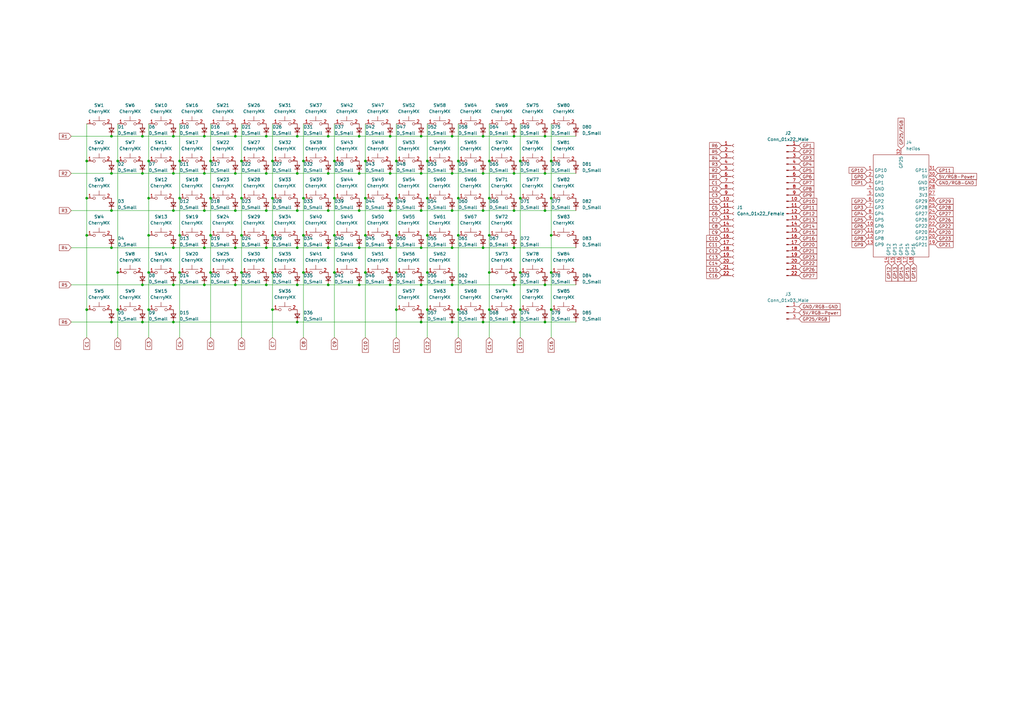
<source format=kicad_sch>
(kicad_sch (version 20211123) (generator eeschema)
  (paper "A3")
  (junction (at 226.06 81.28))
  (junction (at 99.06 96.52))
  (junction (at 96.52 116.84))
  (junction (at 175.26 96.52))
  (junction (at 71.12 55.88))
  (junction (at 124.46 66.04))
  (junction (at 160.02 116.84))
  (junction (at 226.06 66.04))
  (junction (at 187.96 81.28))
  (junction (at 124.46 96.52))
  (junction (at 172.72 86.36))
  (junction (at 71.12 132.08))
  (junction (at 73.66 81.28))
  (junction (at 137.16 81.28))
  (junction (at 187.96 96.52))
  (junction (at 83.82 55.88))
  (junction (at 198.12 132.08))
  (junction (at 58.42 132.08))
  (junction (at 48.26 111.76))
  (junction (at 134.62 55.88))
  (junction (at 160.02 86.36))
  (junction (at 200.66 66.04))
  (junction (at 83.82 116.84))
  (junction (at 160.02 101.6))
  (junction (at 185.42 55.88))
  (junction (at 48.26 66.04))
  (junction (at 134.62 101.6))
  (junction (at 185.42 101.6))
  (junction (at 198.12 71.12))
  (junction (at 73.66 96.52))
  (junction (at 162.56 96.52))
  (junction (at 226.06 127))
  (junction (at 35.56 81.28))
  (junction (at 200.66 81.28))
  (junction (at 198.12 55.88))
  (junction (at 198.12 101.6))
  (junction (at 58.42 116.84))
  (junction (at 175.26 66.04))
  (junction (at 213.36 127))
  (junction (at 35.56 66.04))
  (junction (at 48.26 127))
  (junction (at 200.66 96.52))
  (junction (at 71.12 101.6))
  (junction (at 86.36 111.76))
  (junction (at 147.32 101.6))
  (junction (at 210.82 86.36))
  (junction (at 35.56 127))
  (junction (at 99.06 81.28))
  (junction (at 175.26 111.76))
  (junction (at 121.92 101.6))
  (junction (at 60.96 127))
  (junction (at 223.52 71.12))
  (junction (at 109.22 71.12))
  (junction (at 35.56 96.52))
  (junction (at 147.32 86.36))
  (junction (at 160.02 55.88))
  (junction (at 109.22 101.6))
  (junction (at 109.22 86.36))
  (junction (at 109.22 55.88))
  (junction (at 223.52 55.88))
  (junction (at 149.86 96.52))
  (junction (at 99.06 111.76))
  (junction (at 162.56 66.04))
  (junction (at 124.46 81.28))
  (junction (at 187.96 66.04))
  (junction (at 121.92 116.84))
  (junction (at 60.96 81.28))
  (junction (at 162.56 127))
  (junction (at 175.26 81.28))
  (junction (at 175.26 127))
  (junction (at 111.76 96.52))
  (junction (at 200.66 127))
  (junction (at 147.32 71.12))
  (junction (at 134.62 71.12))
  (junction (at 71.12 86.36))
  (junction (at 111.76 127))
  (junction (at 71.12 71.12))
  (junction (at 226.06 96.52))
  (junction (at 149.86 66.04))
  (junction (at 172.72 101.6))
  (junction (at 121.92 86.36))
  (junction (at 109.22 116.84))
  (junction (at 147.32 55.88))
  (junction (at 71.12 116.84))
  (junction (at 162.56 81.28))
  (junction (at 86.36 96.52))
  (junction (at 137.16 66.04))
  (junction (at 172.72 116.84))
  (junction (at 223.52 132.08))
  (junction (at 58.42 55.88))
  (junction (at 99.06 66.04))
  (junction (at 162.56 111.76))
  (junction (at 121.92 132.08))
  (junction (at 96.52 86.36))
  (junction (at 172.72 55.88))
  (junction (at 96.52 55.88))
  (junction (at 45.72 101.6))
  (junction (at 83.82 101.6))
  (junction (at 185.42 86.36))
  (junction (at 210.82 101.6))
  (junction (at 83.82 86.36))
  (junction (at 200.66 111.76))
  (junction (at 60.96 96.52))
  (junction (at 86.36 66.04))
  (junction (at 73.66 66.04))
  (junction (at 58.42 71.12))
  (junction (at 226.06 111.76))
  (junction (at 83.82 71.12))
  (junction (at 96.52 71.12))
  (junction (at 160.02 71.12))
  (junction (at 213.36 111.76))
  (junction (at 137.16 96.52))
  (junction (at 121.92 71.12))
  (junction (at 223.52 86.36))
  (junction (at 45.72 132.08))
  (junction (at 111.76 81.28))
  (junction (at 172.72 132.08))
  (junction (at 137.16 111.76))
  (junction (at 185.42 132.08))
  (junction (at 210.82 132.08))
  (junction (at 210.82 55.88))
  (junction (at 149.86 81.28))
  (junction (at 185.42 116.84))
  (junction (at 134.62 116.84))
  (junction (at 134.62 86.36))
  (junction (at 111.76 66.04))
  (junction (at 147.32 116.84))
  (junction (at 223.52 116.84))
  (junction (at 149.86 111.76))
  (junction (at 45.72 55.88))
  (junction (at 210.82 71.12))
  (junction (at 86.36 81.28))
  (junction (at 187.96 127))
  (junction (at 213.36 81.28))
  (junction (at 45.72 71.12))
  (junction (at 121.92 55.88))
  (junction (at 124.46 111.76))
  (junction (at 60.96 111.76))
  (junction (at 45.72 86.36))
  (junction (at 198.12 86.36))
  (junction (at 172.72 71.12))
  (junction (at 185.42 71.12))
  (junction (at 210.82 116.84))
  (junction (at 96.52 101.6))
  (junction (at 60.96 66.04))
  (junction (at 73.66 111.76))
  (junction (at 213.36 66.04))
  (junction (at 111.76 111.76))
  (wire (pts (xy 185.42 71.12) (xy 198.12 71.12)))
  (wire (pts (xy 223.52 116.84) (xy 236.22 116.84)))
  (wire (pts (xy 29.21 132.08) (xy 45.72 132.08)))
  (wire (pts (xy 71.12 55.88) (xy 83.82 55.88)))
  (wire (pts (xy 226.06 81.28) (xy 226.06 96.52)))
  (wire (pts (xy 121.92 55.88) (xy 134.62 55.88)))
  (wire (pts (xy 83.82 101.6) (xy 96.52 101.6)))
  (wire (pts (xy 213.36 127) (xy 213.36 138.43)))
  (wire (pts (xy 200.66 50.8) (xy 200.66 66.04)))
  (wire (pts (xy 109.22 101.6) (xy 121.92 101.6)))
  (wire (pts (xy 198.12 86.36) (xy 210.82 86.36)))
  (wire (pts (xy 48.26 127) (xy 48.26 138.43)))
  (wire (pts (xy 96.52 86.36) (xy 109.22 86.36)))
  (wire (pts (xy 73.66 81.28) (xy 73.66 96.52)))
  (wire (pts (xy 172.72 71.12) (xy 185.42 71.12)))
  (wire (pts (xy 213.36 111.76) (xy 213.36 127)))
  (wire (pts (xy 147.32 86.36) (xy 160.02 86.36)))
  (wire (pts (xy 71.12 86.36) (xy 83.82 86.36)))
  (wire (pts (xy 147.32 55.88) (xy 160.02 55.88)))
  (wire (pts (xy 99.06 66.04) (xy 99.06 81.28)))
  (wire (pts (xy 99.06 96.52) (xy 99.06 111.76)))
  (wire (pts (xy 60.96 66.04) (xy 60.96 81.28)))
  (wire (pts (xy 29.21 116.84) (xy 58.42 116.84)))
  (wire (pts (xy 124.46 50.8) (xy 124.46 66.04)))
  (wire (pts (xy 111.76 66.04) (xy 111.76 81.28)))
  (wire (pts (xy 58.42 116.84) (xy 71.12 116.84)))
  (wire (pts (xy 226.06 111.76) (xy 226.06 127)))
  (wire (pts (xy 185.42 55.88) (xy 198.12 55.88)))
  (wire (pts (xy 198.12 132.08) (xy 210.82 132.08)))
  (wire (pts (xy 121.92 101.6) (xy 134.62 101.6)))
  (wire (pts (xy 83.82 55.88) (xy 96.52 55.88)))
  (wire (pts (xy 121.92 71.12) (xy 134.62 71.12)))
  (wire (pts (xy 86.36 66.04) (xy 86.36 81.28)))
  (wire (pts (xy 86.36 81.28) (xy 86.36 96.52)))
  (wire (pts (xy 172.72 132.08) (xy 185.42 132.08)))
  (wire (pts (xy 198.12 71.12) (xy 210.82 71.12)))
  (wire (pts (xy 187.96 127) (xy 187.96 138.43)))
  (wire (pts (xy 45.72 101.6) (xy 71.12 101.6)))
  (wire (pts (xy 137.16 66.04) (xy 137.16 81.28)))
  (wire (pts (xy 175.26 127) (xy 175.26 138.43)))
  (wire (pts (xy 175.26 96.52) (xy 175.26 111.76)))
  (wire (pts (xy 109.22 55.88) (xy 121.92 55.88)))
  (wire (pts (xy 60.96 96.52) (xy 60.96 111.76)))
  (wire (pts (xy 48.26 50.8) (xy 48.26 66.04)))
  (wire (pts (xy 124.46 111.76) (xy 124.46 138.43)))
  (wire (pts (xy 160.02 55.88) (xy 172.72 55.88)))
  (wire (pts (xy 35.56 66.04) (xy 35.56 81.28)))
  (wire (pts (xy 60.96 127) (xy 60.96 138.43)))
  (wire (pts (xy 198.12 55.88) (xy 210.82 55.88)))
  (wire (pts (xy 213.36 81.28) (xy 213.36 111.76)))
  (wire (pts (xy 172.72 55.88) (xy 185.42 55.88)))
  (wire (pts (xy 187.96 66.04) (xy 187.96 81.28)))
  (wire (pts (xy 111.76 111.76) (xy 111.76 127)))
  (wire (pts (xy 35.56 96.52) (xy 35.56 127)))
  (wire (pts (xy 213.36 50.8) (xy 213.36 66.04)))
  (wire (pts (xy 60.96 50.8) (xy 60.96 66.04)))
  (wire (pts (xy 210.82 101.6) (xy 236.22 101.6)))
  (wire (pts (xy 35.56 50.8) (xy 35.56 66.04)))
  (wire (pts (xy 185.42 101.6) (xy 198.12 101.6)))
  (wire (pts (xy 109.22 71.12) (xy 121.92 71.12)))
  (wire (pts (xy 73.66 111.76) (xy 73.66 138.43)))
  (wire (pts (xy 121.92 86.36) (xy 134.62 86.36)))
  (wire (pts (xy 210.82 132.08) (xy 223.52 132.08)))
  (wire (pts (xy 48.26 66.04) (xy 48.26 111.76)))
  (wire (pts (xy 147.32 71.12) (xy 160.02 71.12)))
  (wire (pts (xy 35.56 81.28) (xy 35.56 96.52)))
  (wire (pts (xy 137.16 96.52) (xy 137.16 111.76)))
  (wire (pts (xy 73.66 96.52) (xy 73.66 111.76)))
  (wire (pts (xy 137.16 81.28) (xy 137.16 96.52)))
  (wire (pts (xy 213.36 66.04) (xy 213.36 81.28)))
  (wire (pts (xy 162.56 111.76) (xy 162.56 127)))
  (wire (pts (xy 160.02 101.6) (xy 172.72 101.6)))
  (wire (pts (xy 175.26 111.76) (xy 175.26 127)))
  (wire (pts (xy 45.72 86.36) (xy 71.12 86.36)))
  (wire (pts (xy 45.72 132.08) (xy 58.42 132.08)))
  (wire (pts (xy 223.52 132.08) (xy 236.22 132.08)))
  (wire (pts (xy 200.66 66.04) (xy 200.66 81.28)))
  (wire (pts (xy 226.06 50.8) (xy 226.06 66.04)))
  (wire (pts (xy 223.52 55.88) (xy 236.22 55.88)))
  (wire (pts (xy 96.52 116.84) (xy 109.22 116.84)))
  (wire (pts (xy 210.82 55.88) (xy 223.52 55.88)))
  (wire (pts (xy 111.76 50.8) (xy 111.76 66.04)))
  (wire (pts (xy 86.36 111.76) (xy 86.36 138.43)))
  (wire (pts (xy 58.42 71.12) (xy 71.12 71.12)))
  (wire (pts (xy 124.46 96.52) (xy 124.46 111.76)))
  (wire (pts (xy 58.42 132.08) (xy 71.12 132.08)))
  (wire (pts (xy 200.66 96.52) (xy 200.66 111.76)))
  (wire (pts (xy 124.46 81.28) (xy 124.46 96.52)))
  (wire (pts (xy 29.21 71.12) (xy 45.72 71.12)))
  (wire (pts (xy 175.26 66.04) (xy 175.26 81.28)))
  (wire (pts (xy 109.22 86.36) (xy 121.92 86.36)))
  (wire (pts (xy 137.16 50.8) (xy 137.16 66.04)))
  (wire (pts (xy 226.06 127) (xy 226.06 138.43)))
  (wire (pts (xy 48.26 111.76) (xy 48.26 127)))
  (wire (pts (xy 160.02 71.12) (xy 172.72 71.12)))
  (wire (pts (xy 83.82 116.84) (xy 96.52 116.84)))
  (wire (pts (xy 111.76 96.52) (xy 111.76 111.76)))
  (wire (pts (xy 198.12 101.6) (xy 210.82 101.6)))
  (wire (pts (xy 109.22 116.84) (xy 121.92 116.84)))
  (wire (pts (xy 175.26 50.8) (xy 175.26 66.04)))
  (wire (pts (xy 149.86 81.28) (xy 149.86 96.52)))
  (wire (pts (xy 99.06 111.76) (xy 99.06 138.43)))
  (wire (pts (xy 134.62 86.36) (xy 147.32 86.36)))
  (wire (pts (xy 58.42 55.88) (xy 71.12 55.88)))
  (wire (pts (xy 172.72 101.6) (xy 185.42 101.6)))
  (wire (pts (xy 162.56 127) (xy 162.56 138.43)))
  (wire (pts (xy 149.86 111.76) (xy 149.86 138.43)))
  (wire (pts (xy 73.66 50.8) (xy 73.66 66.04)))
  (wire (pts (xy 226.06 96.52) (xy 226.06 111.76)))
  (wire (pts (xy 121.92 132.08) (xy 172.72 132.08)))
  (wire (pts (xy 160.02 116.84) (xy 172.72 116.84)))
  (wire (pts (xy 185.42 132.08) (xy 198.12 132.08)))
  (wire (pts (xy 60.96 111.76) (xy 60.96 127)))
  (wire (pts (xy 160.02 86.36) (xy 172.72 86.36)))
  (wire (pts (xy 99.06 81.28) (xy 99.06 96.52)))
  (wire (pts (xy 200.66 127) (xy 200.66 138.43)))
  (wire (pts (xy 187.96 81.28) (xy 187.96 96.52)))
  (wire (pts (xy 83.82 71.12) (xy 96.52 71.12)))
  (wire (pts (xy 45.72 55.88) (xy 58.42 55.88)))
  (wire (pts (xy 60.96 81.28) (xy 60.96 96.52)))
  (wire (pts (xy 134.62 55.88) (xy 147.32 55.88)))
  (wire (pts (xy 71.12 116.84) (xy 83.82 116.84)))
  (wire (pts (xy 226.06 66.04) (xy 226.06 81.28)))
  (wire (pts (xy 149.86 66.04) (xy 149.86 81.28)))
  (wire (pts (xy 96.52 101.6) (xy 109.22 101.6)))
  (wire (pts (xy 111.76 127) (xy 111.76 138.43)))
  (wire (pts (xy 29.21 86.36) (xy 45.72 86.36)))
  (wire (pts (xy 172.72 86.36) (xy 185.42 86.36)))
  (wire (pts (xy 187.96 96.52) (xy 187.96 127)))
  (wire (pts (xy 45.72 71.12) (xy 58.42 71.12)))
  (wire (pts (xy 29.21 101.6) (xy 45.72 101.6)))
  (wire (pts (xy 121.92 116.84) (xy 134.62 116.84)))
  (wire (pts (xy 29.21 55.88) (xy 45.72 55.88)))
  (wire (pts (xy 96.52 55.88) (xy 109.22 55.88)))
  (wire (pts (xy 149.86 96.52) (xy 149.86 111.76)))
  (wire (pts (xy 223.52 71.12) (xy 236.22 71.12)))
  (wire (pts (xy 134.62 71.12) (xy 147.32 71.12)))
  (wire (pts (xy 71.12 132.08) (xy 121.92 132.08)))
  (wire (pts (xy 210.82 116.84) (xy 223.52 116.84)))
  (wire (pts (xy 111.76 81.28) (xy 111.76 96.52)))
  (wire (pts (xy 124.46 66.04) (xy 124.46 81.28)))
  (wire (pts (xy 200.66 81.28) (xy 200.66 96.52)))
  (wire (pts (xy 147.32 101.6) (xy 160.02 101.6)))
  (wire (pts (xy 210.82 86.36) (xy 223.52 86.36)))
  (wire (pts (xy 35.56 127) (xy 35.56 138.43)))
  (wire (pts (xy 149.86 50.8) (xy 149.86 66.04)))
  (wire (pts (xy 86.36 96.52) (xy 86.36 111.76)))
  (wire (pts (xy 134.62 101.6) (xy 147.32 101.6)))
  (wire (pts (xy 223.52 86.36) (xy 236.22 86.36)))
  (wire (pts (xy 187.96 50.8) (xy 187.96 66.04)))
  (wire (pts (xy 200.66 111.76) (xy 200.66 127)))
  (wire (pts (xy 172.72 116.84) (xy 185.42 116.84)))
  (wire (pts (xy 147.32 116.84) (xy 160.02 116.84)))
  (wire (pts (xy 210.82 71.12) (xy 223.52 71.12)))
  (wire (pts (xy 185.42 86.36) (xy 198.12 86.36)))
  (wire (pts (xy 137.16 111.76) (xy 137.16 138.43)))
  (wire (pts (xy 73.66 66.04) (xy 73.66 81.28)))
  (wire (pts (xy 162.56 66.04) (xy 162.56 81.28)))
  (wire (pts (xy 99.06 50.8) (xy 99.06 66.04)))
  (wire (pts (xy 162.56 96.52) (xy 162.56 111.76)))
  (wire (pts (xy 162.56 50.8) (xy 162.56 66.04)))
  (wire (pts (xy 162.56 81.28) (xy 162.56 96.52)))
  (wire (pts (xy 185.42 116.84) (xy 210.82 116.84)))
  (wire (pts (xy 96.52 71.12) (xy 109.22 71.12)))
  (wire (pts (xy 175.26 81.28) (xy 175.26 96.52)))
  (wire (pts (xy 71.12 71.12) (xy 83.82 71.12)))
  (wire (pts (xy 83.82 86.36) (xy 96.52 86.36)))
  (wire (pts (xy 86.36 50.8) (xy 86.36 66.04)))
  (wire (pts (xy 134.62 116.84) (xy 147.32 116.84)))
  (wire (pts (xy 71.12 101.6) (xy 83.82 101.6)))
  (global_label "GP10" (shape input) (at 355.6 69.85 180) (property "Intersheet References" "${INTERSHEET_REFS}" (effects hide)))
  (global_label "GP16" (shape input) (at 327.66 97.79 0) (property "Intersheet References" "${INTERSHEET_REFS}" (effects hide)))
  (global_label "GP15" (shape input) (at 372.11 107.95 270) (property "Intersheet References" "${INTERSHEET_REFS}" (effects hide)))
  (global_label "GND{slash}RGB-GND" (shape input) (at 327.66 125.73 0) (property "Intersheet References" "${INTERSHEET_REFS}" (effects hide)))
  (global_label "GP11" (shape input) (at 327.66 85.09 0) (property "Intersheet References" "${INTERSHEET_REFS}" (effects hide)))
  (global_label "C9" (shape input) (at 295.91 95.25 180) (property "Intersheet References" "${INTERSHEET_REFS}" (effects hide)))
  (global_label "C15" (shape input) (at 213.36 138.43 270) (property "Intersheet References" "${INTERSHEET_REFS}" (effects hide)))
  (global_label "R5" (shape input) (at 29.21 116.84 180) (property "Intersheet References" "${INTERSHEET_REFS}" (effects hide)))
  (global_label "GP27" (shape input) (at 383.54 87.63 0) (property "Intersheet References" "${INTERSHEET_REFS}" (effects hide)))
  (global_label "GP6" (shape input) (at 327.66 72.39 0) (property "Intersheet References" "${INTERSHEET_REFS}" (effects hide)))
  (global_label "C13" (shape input) (at 295.91 105.41 180) (property "Intersheet References" "${INTERSHEET_REFS}" (effects hide)))
  (global_label "GND{slash}RGB-GND" (shape input) (at 383.54 74.93 0) (property "Intersheet References" "${INTERSHEET_REFS}" (effects hide)))
  (global_label "R2" (shape input) (at 29.21 71.12 180) (property "Intersheet References" "${INTERSHEET_REFS}" (effects hide)))
  (global_label "C7" (shape input) (at 111.76 138.43 270) (property "Intersheet References" "${INTERSHEET_REFS}" (effects hide)))
  (global_label "C10" (shape input) (at 295.91 97.79 180) (property "Intersheet References" "${INTERSHEET_REFS}" (effects hide)))
  (global_label "C6" (shape input) (at 295.91 87.63 180) (property "Intersheet References" "${INTERSHEET_REFS}" (effects hide)))
  (global_label "R5" (shape input) (at 295.91 62.23 180) (property "Intersheet References" "${INTERSHEET_REFS}" (effects hide)))
  (global_label "C4" (shape input) (at 295.91 82.55 180) (property "Intersheet References" "${INTERSHEET_REFS}" (effects hide)))
  (global_label "GP23" (shape input) (at 327.66 105.41 0) (property "Intersheet References" "${INTERSHEET_REFS}" (effects hide)))
  (global_label "5V{slash}RGB-Power" (shape input) (at 327.66 128.27 0) (property "Intersheet References" "${INTERSHEET_REFS}" (effects hide)))
  (global_label "GP14" (shape input) (at 327.66 92.71 0) (property "Intersheet References" "${INTERSHEET_REFS}" (effects hide)))
  (global_label "C8" (shape input) (at 295.91 92.71 180) (property "Intersheet References" "${INTERSHEET_REFS}" (effects hide)))
  (global_label "GP1" (shape input) (at 355.6 74.93 180) (property "Intersheet References" "${INTERSHEET_REFS}" (effects hide)))
  (global_label "C11" (shape input) (at 162.56 138.43 270) (property "Intersheet References" "${INTERSHEET_REFS}" (effects hide)))
  (global_label "GP29" (shape input) (at 383.54 82.55 0) (property "Intersheet References" "${INTERSHEET_REFS}" (effects hide)))
  (global_label "R2" (shape input) (at 295.91 69.85 180) (property "Intersheet References" "${INTERSHEET_REFS}" (effects hide)))
  (global_label "C4" (shape input) (at 73.66 138.43 270) (property "Intersheet References" "${INTERSHEET_REFS}" (effects hide)))
  (global_label "GP4" (shape input) (at 355.6 87.63 180) (property "Intersheet References" "${INTERSHEET_REFS}" (effects hide)))
  (global_label "GP7" (shape input) (at 327.66 74.93 0) (property "Intersheet References" "${INTERSHEET_REFS}" (effects hide)))
  (global_label "GP5" (shape input) (at 355.6 90.17 180) (property "Intersheet References" "${INTERSHEET_REFS}" (effects hide)))
  (global_label "GP23" (shape input) (at 383.54 97.79 0) (property "Intersheet References" "${INTERSHEET_REFS}" (effects hide)))
  (global_label "GP7" (shape input) (at 355.6 95.25 180) (property "Intersheet References" "${INTERSHEET_REFS}" (effects hide)))
  (global_label "GP13" (shape input) (at 367.03 107.95 270) (property "Intersheet References" "${INTERSHEET_REFS}" (effects hide)))
  (global_label "GP25{slash}RGB" (shape input) (at 369.57 60.96 90) (property "Intersheet References" "${INTERSHEET_REFS}" (effects hide)))
  (global_label "C1" (shape input) (at 35.56 138.43 270) (property "Intersheet References" "${INTERSHEET_REFS}" (effects hide)))
  (global_label "GP1" (shape input) (at 327.66 59.69 0) (property "Intersheet References" "${INTERSHEET_REFS}" (effects hide)))
  (global_label "GP3" (shape input) (at 327.66 64.77 0) (property "Intersheet References" "${INTERSHEET_REFS}" (effects hide)))
  (global_label "C15" (shape input) (at 295.91 110.49 180) (property "Intersheet References" "${INTERSHEET_REFS}" (effects hide)))
  (global_label "GP20" (shape input) (at 327.66 100.33 0) (property "Intersheet References" "${INTERSHEET_REFS}" (effects hide)))
  (global_label "GP8" (shape input) (at 327.66 77.47 0) (property "Intersheet References" "${INTERSHEET_REFS}" (effects hide)))
  (global_label "GP21" (shape input) (at 383.54 100.33 0) (property "Intersheet References" "${INTERSHEET_REFS}" (effects hide)))
  (global_label "GP2" (shape input) (at 355.6 82.55 180) (property "Intersheet References" "${INTERSHEET_REFS}" (effects hide)))
  (global_label "GP9" (shape input) (at 355.6 100.33 180) (property "Intersheet References" "${INTERSHEET_REFS}" (effects hide)))
  (global_label "R1" (shape input) (at 295.91 72.39 180) (property "Intersheet References" "${INTERSHEET_REFS}" (effects hide)))
  (global_label "C12" (shape input) (at 295.91 102.87 180) (property "Intersheet References" "${INTERSHEET_REFS}" (effects hide)))
  (global_label "C14" (shape input) (at 295.91 107.95 180) (property "Intersheet References" "${INTERSHEET_REFS}" (effects hide)))
  (global_label "C7" (shape input) (at 295.91 90.17 180) (property "Intersheet References" "${INTERSHEET_REFS}" (effects hide)))
  (global_label "GP10" (shape input) (at 327.66 82.55 0) (property "Intersheet References" "${INTERSHEET_REFS}" (effects hide)))
  (global_label "C2" (shape input) (at 295.91 77.47 180) (property "Intersheet References" "${INTERSHEET_REFS}" (effects hide)))
  (global_label "GP20" (shape input) (at 383.54 95.25 0) (property "Intersheet References" "${INTERSHEET_REFS}" (effects hide)))
  (global_label "GP25{slash}RGB" (shape input) (at 327.66 130.81 0) (property "Intersheet References" "${INTERSHEET_REFS}" (effects hide)))
  (global_label "C2" (shape input) (at 48.26 138.43 270) (property "Intersheet References" "${INTERSHEET_REFS}" (effects hide)))
  (global_label "C9" (shape input) (at 137.16 138.43 270) (property "Intersheet References" "${INTERSHEET_REFS}" (effects hide)))
  (global_label "GP14" (shape input) (at 369.57 107.95 270) (property "Intersheet References" "${INTERSHEET_REFS}" (effects hide)))
  (global_label "C16" (shape input) (at 295.91 113.03 180) (property "Intersheet References" "${INTERSHEET_REFS}" (effects hide)))
  (global_label "GP11" (shape input) (at 383.54 69.85 0) (property "Intersheet References" "${INTERSHEET_REFS}" (effects hide)))
  (global_label "C13" (shape input) (at 187.96 138.43 270) (property "Intersheet References" "${INTERSHEET_REFS}" (effects hide)))
  (global_label "R6" (shape input) (at 29.21 132.08 180) (property "Intersheet References" "${INTERSHEET_REFS}" (effects hide)))
  (global_label "GP2" (shape input) (at 327.66 62.23 0) (property "Intersheet References" "${INTERSHEET_REFS}" (effects hide)))
  (global_label "R3" (shape input) (at 295.91 67.31 180) (property "Intersheet References" "${INTERSHEET_REFS}" (effects hide)))
  (global_label "GP6" (shape input) (at 355.6 92.71 180) (property "Intersheet References" "${INTERSHEET_REFS}" (effects hide)))
  (global_label "C12" (shape input) (at 175.26 138.43 270) (property "Intersheet References" "${INTERSHEET_REFS}" (effects hide)))
  (global_label "GP16" (shape input) (at 374.65 107.95 270) (property "Intersheet References" "${INTERSHEET_REFS}" (effects hide)))
  (global_label "GP26" (shape input) (at 383.54 90.17 0) (property "Intersheet References" "${INTERSHEET_REFS}" (effects hide)))
  (global_label "5V{slash}RGB-Power" (shape input) (at 383.54 72.39 0) (property "Intersheet References" "${INTERSHEET_REFS}" (effects hide)))
  (global_label "GP27" (shape input) (at 327.66 113.03 0) (property "Intersheet References" "${INTERSHEET_REFS}" (effects hide)))
  (global_label "C10" (shape input) (at 149.86 138.43 270) (property "Intersheet References" "${INTERSHEET_REFS}" (effects hide)))
  (global_label "GP8" (shape input) (at 355.6 97.79 180) (property "Intersheet References" "${INTERSHEET_REFS}" (effects hide)))
  (global_label "C5" (shape input) (at 295.91 85.09 180) (property "Intersheet References" "${INTERSHEET_REFS}" (effects hide)))
  (global_label "GP4" (shape input) (at 327.66 67.31 0) (property "Intersheet References" "${INTERSHEET_REFS}" (effects hide)))
  (global_label "R3" (shape input) (at 29.21 86.36 180) (property "Intersheet References" "${INTERSHEET_REFS}" (effects hide)))
  (global_label "C11" (shape input) (at 295.91 100.33 180) (property "Intersheet References" "${INTERSHEET_REFS}" (effects hide)))
  (global_label "GP22" (shape input) (at 327.66 107.95 0) (property "Intersheet References" "${INTERSHEET_REFS}" (effects hide)))
  (global_label "C1" (shape input) (at 295.91 74.93 180) (property "Intersheet References" "${INTERSHEET_REFS}" (effects hide)))
  (global_label "C14" (shape input) (at 200.66 138.43 270) (property "Intersheet References" "${INTERSHEET_REFS}" (effects hide)))
  (global_label "C3" (shape input) (at 295.91 80.01 180) (property "Intersheet References" "${INTERSHEET_REFS}" (effects hide)))
  (global_label "C16" (shape input) (at 226.06 138.3955 270) (property "Intersheet References" "${INTERSHEET_REFS}" (effects hide)))
  (global_label "GP15" (shape input) (at 327.66 95.25 0) (property "Intersheet References" "${INTERSHEET_REFS}" (effects hide)))
  (global_label "C3" (shape input) (at 60.96 138.43 270) (property "Intersheet References" "${INTERSHEET_REFS}" (effects hide)))
  (global_label "GP3" (shape input) (at 355.6 85.09 180) (property "Intersheet References" "${INTERSHEET_REFS}" (effects hide)))
  (global_label "GP21" (shape input) (at 327.66 102.87 0) (property "Intersheet References" "${INTERSHEET_REFS}" (effects hide)))
  (global_label "GP22" (shape input) (at 383.54 92.71 0) (property "Intersheet References" "${INTERSHEET_REFS}" (effects hide)))
  (global_label "GP5" (shape input) (at 327.66 69.85 0) (property "Intersheet References" "${INTERSHEET_REFS}" (effects hide)))
  (global_label "R4" (shape input) (at 29.21 101.6 180) (property "Intersheet References" "${INTERSHEET_REFS}" (effects hide)))
  (global_label "GP9" (shape input) (at 327.66 80.01 0) (property "Intersheet References" "${INTERSHEET_REFS}" (effects hide)))
  (global_label "GP12" (shape input) (at 364.49 107.95 270) (property "Intersheet References" "${INTERSHEET_REFS}" (effects hide)))
  (global_label "GP0" (shape input) (at 355.6 72.39 180) (property "Intersheet References" "${INTERSHEET_REFS}" (effects hide)))
  (global_label "GP28" (shape input) (at 383.54 85.09 0) (property "Intersheet References" "${INTERSHEET_REFS}" (effects hide)))
  (global_label "GP12" (shape input) (at 327.66 87.63 0) (property "Intersheet References" "${INTERSHEET_REFS}" (effects hide)))
  (global_label "C6" (shape input) (at 99.06 138.43 270) (property "Intersheet References" "${INTERSHEET_REFS}" (effects hide)))
  (global_label "R1" (shape input) (at 29.21 55.88 180) (property "Intersheet References" "${INTERSHEET_REFS}" (effects hide)))
  (global_label "R6" (shape input) (at 295.91 59.69 180) (property "Intersheet References" "${INTERSHEET_REFS}" (effects hide)))
  (global_label "C5" (shape input) (at 86.36 138.43 270) (property "Intersheet References" "${INTERSHEET_REFS}" (effects hide)))
  (global_label "GP13" (shape input) (at 327.66 90.17 0) (property "Intersheet References" "${INTERSHEET_REFS}" (effects hide)))
  (global_label "C8" (shape input) (at 124.46 138.43 270) (property "Intersheet References" "${INTERSHEET_REFS}" (effects hide)))
  (global_label "GP26" (shape input) (at 327.66 110.49 0) (property "Intersheet References" "${INTERSHEET_REFS}" (effects hide)))
  (global_label "R4" (shape input) (at 295.91 64.77 180) (property "Intersheet References" "${INTERSHEET_REFS}" (effects hide)))
  (symbol (lib_id "CherryMX:CherryMX") (at 40.64 127 0) (unit 1)
    (property "Reference" "SW5" (at 40.64 119.38 0))
    (property "Value" "CherryMX" (at 40.64 121.92 0))
    (property "Footprint" "Button_Switch_Keyboard:SW_Cherry_MX_1.25u_PCB" (effects hide))
  )
  (symbol (lib_id "Device:D_Small") (at 96.52 53.34 90) (unit 1)
    (property "Reference" "D21" (at 99.06 52.0699 90) (effects (justify right)))
    (property "Value" "D_Small" (at 99.06 54.6099 90) (effects (justify right)))
    (property "Footprint" "Diode_SMD:D_SOD-123" (effects hide))
  )
  (symbol (lib_id "CherryMX:CherryMX") (at 180.34 50.8 0) (unit 1)
    (property "Reference" "SW58" (at 180.34 43.18 0))
    (property "Value" "CherryMX" (at 180.34 45.72 0))
    (property "Footprint" "Button_Switch_Keyboard:SW_Cherry_MX_1.00u_PCB" (effects hide))
  )
  (symbol (lib_id "CherryMX:CherryMX") (at 142.24 81.28 0) (unit 1)
    (property "Reference" "SW44" (at 142.24 73.66 0))
    (property "Value" "CherryMX" (at 142.24 76.2 0))
    (property "Footprint" "Button_Switch_Keyboard:SW_Cherry_MX_1.00u_PCB" (effects hide))
  )
  (symbol (lib_id "CherryMX:CherryMX") (at 53.34 66.04 0) (unit 1)
    (property "Reference" "SW7" (at 53.34 58.42 0))
    (property "Value" "CherryMX" (at 53.34 60.96 0))
    (property "Footprint" "Button_Switch_Keyboard:SW_Cherry_MX_1.00u_PCB" (effects hide))
  )
  (symbol (lib_id "CherryMX:CherryMX") (at 218.44 127 0) (unit 1)
    (property "Reference" "SW79" (at 218.44 119.38 0))
    (property "Value" "CherryMX" (at 218.44 121.92 0))
    (property "Footprint" "Button_Switch_Keyboard:SW_Cherry_MX_1.00u_PCB" (effects hide))
  )
  (symbol (lib_id "Device:D_Small") (at 58.42 68.58 90) (unit 1)
    (property "Reference" "D7" (at 60.96 67.3099 90) (effects (justify right)))
    (property "Value" "D_Small" (at 60.96 69.8499 90) (effects (justify right)))
    (property "Footprint" "Diode_SMD:D_SOD-123" (effects hide))
  )
  (symbol (lib_id "CherryMX:CherryMX") (at 129.54 66.04 0) (unit 1)
    (property "Reference" "SW38" (at 129.54 58.42 0))
    (property "Value" "CherryMX" (at 129.54 60.96 0))
    (property "Footprint" "Button_Switch_Keyboard:SW_Cherry_MX_1.00u_PCB" (effects hide))
  )
  (symbol (lib_id "CherryMX:CherryMX") (at 142.24 96.52 0) (unit 1)
    (property "Reference" "SW45" (at 142.24 88.9 0))
    (property "Value" "CherryMX" (at 142.24 91.44 0))
    (property "Footprint" "Button_Switch_Keyboard:SW_Cherry_MX_1.00u_PCB" (effects hide))
  )
  (symbol (lib_id "CherryMX:CherryMX") (at 53.34 111.76 0) (unit 1)
    (property "Reference" "SW8" (at 53.34 104.14 0))
    (property "Value" "CherryMX" (at 53.34 106.68 0))
    (property "Footprint" "Button_Switch_Keyboard:SW_Cherry_MX_2.25u_PCB" (effects hide))
  )
  (symbol (lib_id "CherryMX:CherryMX") (at 116.84 111.76 0) (unit 1)
    (property "Reference" "SW35" (at 116.84 104.14 0))
    (property "Value" "CherryMX" (at 116.84 106.68 0))
    (property "Footprint" "Button_Switch_Keyboard:SW_Cherry_MX_1.00u_PCB" (effects hide))
  )
  (symbol (lib_id "CherryMX:CherryMX") (at 116.84 50.8 0) (unit 1)
    (property "Reference" "SW31" (at 116.84 43.18 0))
    (property "Value" "CherryMX" (at 116.84 45.72 0))
    (property "Footprint" "Button_Switch_Keyboard:SW_Cherry_MX_1.00u_PCB" (effects hide))
  )
  (symbol (lib_id "Device:D_Small") (at 134.62 114.3 90) (unit 1)
    (property "Reference" "D41" (at 137.16 113.0299 90) (effects (justify right)))
    (property "Value" "D_Small" (at 137.16 115.5699 90) (effects (justify right)))
    (property "Footprint" "Diode_SMD:D_SOD-123" (effects hide))
  )
  (symbol (lib_id "Device:D_Small") (at 223.52 114.3 90) (unit 1)
    (property "Reference" "D78" (at 226.06 113.0299 90) (effects (justify right)))
    (property "Value" "D_Small" (at 226.06 115.5699 90) (effects (justify right)))
    (property "Footprint" "Diode_SMD:D_SOD-123" (effects hide))
  )
  (symbol (lib_id "Connector:Conn_01x22_Female") (at 300.99 85.09 0) (unit 1)
    (property "Reference" "J1" (at 302.26 85.0899 0) (effects (justify left)))
    (property "Value" "Conn_01x22_Female" (at 302.26 87.6299 0) (effects (justify left)))
    (property "Footprint" "Connector_FFC-FPC:Hirose_FH12-22S-0.5SH_1x22-1MP_P0.50mm_Horizontal" (effects hide))
  )
  (symbol (lib_id "Device:D_Small") (at 134.62 83.82 90) (unit 1)
    (property "Reference" "D39" (at 137.16 82.5499 90) (effects (justify right)))
    (property "Value" "D_Small" (at 137.16 85.0899 90) (effects (justify right)))
    (property "Footprint" "Diode_SMD:D_SOD-123" (effects hide))
  )
  (symbol (lib_id "Device:D_Small") (at 236.22 114.3 90) (unit 1)
    (property "Reference" "D84" (at 238.76 113.0299 90) (effects (justify right)))
    (property "Value" "D_Small" (at 238.76 115.5699 90) (effects (justify right)))
    (property "Footprint" "Diode_SMD:D_SOD-123" (effects hide))
  )
  (symbol (lib_id "CherryMX:CherryMX") (at 167.64 50.8 0) (unit 1)
    (property "Reference" "SW52" (at 167.64 43.18 0))
    (property "Value" "CherryMX" (at 167.64 45.72 0))
    (property "Footprint" "Button_Switch_Keyboard:SW_Cherry_MX_1.00u_PCB" (effects hide))
  )
  (symbol (lib_id "Device:D_Small") (at 45.72 99.06 90) (unit 1)
    (property "Reference" "D4" (at 48.26 97.7899 90) (effects (justify right)))
    (property "Value" "D_Small" (at 48.26 100.3299 90) (effects (justify right)))
    (property "Footprint" "Diode_SMD:D_SOD-123" (effects hide))
  )
  (symbol (lib_id "Device:D_Small") (at 147.32 83.82 90) (unit 1)
    (property "Reference" "D44" (at 149.86 82.5499 90) (effects (justify right)))
    (property "Value" "D_Small" (at 149.86 85.0899 90) (effects (justify right)))
    (property "Footprint" "Diode_SMD:D_SOD-123" (effects hide))
  )
  (symbol (lib_id "CherryMX:CherryMX") (at 116.84 81.28 0) (unit 1)
    (property "Reference" "SW33" (at 116.84 73.66 0))
    (property "Value" "CherryMX" (at 116.84 76.2 0))
    (property "Footprint" "Button_Switch_Keyboard:SW_Cherry_MX_1.00u_PCB" (effects hide))
  )
  (symbol (lib_id "Device:D_Small") (at 185.42 83.82 90) (unit 1)
    (property "Reference" "D60" (at 187.96 82.5499 90) (effects (justify right)))
    (property "Value" "D_Small" (at 187.96 85.0899 90) (effects (justify right)))
    (property "Footprint" "Diode_SMD:D_SOD-123" (effects hide))
  )
  (symbol (lib_id "CherryMX:CherryMX") (at 167.64 127 0) (unit 1)
    (property "Reference" "SW57" (at 167.64 119.38 0))
    (property "Value" "CherryMX" (at 167.64 121.92 0))
    (property "Footprint" "Button_Switch_Keyboard:SW_Cherry_MX_1.25u_PCB" (effects hide))
  )
  (symbol (lib_id "Device:D_Small") (at 172.72 129.54 90) (unit 1)
    (property "Reference" "D57" (at 175.26 128.2699 90) (effects (justify right)))
    (property "Value" "D_Small" (at 175.26 130.8099 90) (effects (justify right)))
    (property "Footprint" "Diode_SMD:D_SOD-123" (effects hide))
  )
  (symbol (lib_id "Device:D_Small") (at 210.82 114.3 90) (unit 1)
    (property "Reference" "D73" (at 213.36 113.0299 90) (effects (justify right)))
    (property "Value" "D_Small" (at 213.36 115.5699 90) (effects (justify right)))
    (property "Footprint" "Diode_SMD:D_SOD-123" (effects hide))
  )
  (symbol (lib_id "CherryMX:CherryMX") (at 167.64 96.52 0) (unit 1)
    (property "Reference" "SW55" (at 167.64 88.9 0))
    (property "Value" "CherryMX" (at 167.64 91.44 0))
    (property "Footprint" "Button_Switch_Keyboard:SW_Cherry_MX_1.00u_PCB" (effects hide))
  )
  (symbol (lib_id "CherryMX:CherryMX") (at 91.44 66.04 0) (unit 1)
    (property "Reference" "SW22" (at 91.44 58.42 0))
    (property "Value" "CherryMX" (at 91.44 60.96 0))
    (property "Footprint" "Button_Switch_Keyboard:SW_Cherry_MX_1.00u_PCB" (effects hide))
  )
  (symbol (lib_id "Device:D_Small") (at 58.42 114.3 90) (unit 1)
    (property "Reference" "D8" (at 60.96 113.0299 90) (effects (justify right)))
    (property "Value" "D_Small" (at 60.96 115.5699 90) (effects (justify right)))
    (property "Footprint" "Diode_SMD:D_SOD-123" (effects hide))
  )
  (symbol (lib_id "CherryMX:CherryMX") (at 154.94 81.28 0) (unit 1)
    (property "Reference" "SW49" (at 154.94 73.66 0))
    (property "Value" "CherryMX" (at 154.94 76.2 0))
    (property "Footprint" "Button_Switch_Keyboard:SW_Cherry_MX_1.00u_PCB" (effects hide))
  )
  (symbol (lib_id "CherryMX:CherryMX") (at 129.54 96.52 0) (unit 1)
    (property "Reference" "SW40" (at 129.54 88.9 0))
    (property "Value" "CherryMX" (at 129.54 91.44 0))
    (property "Footprint" "Button_Switch_Keyboard:SW_Cherry_MX_1.00u_PCB" (effects hide))
  )
  (symbol (lib_id "CherryMX:CherryMX") (at 116.84 96.52 0) (unit 1)
    (property "Reference" "SW34" (at 116.84 88.9 0))
    (property "Value" "CherryMX" (at 116.84 91.44 0))
    (property "Footprint" "Button_Switch_Keyboard:SW_Cherry_MX_1.00u_PCB" (effects hide))
  )
  (symbol (lib_id "CherryMX:CherryMX") (at 193.04 127 0) (unit 1)
    (property "Reference" "SW68" (at 193.04 119.38 0))
    (property "Value" "CherryMX" (at 193.04 121.92 0))
    (property "Footprint" "Button_Switch_Keyboard:SW_Cherry_MX_1.25u_PCB" (effects hide))
  )
  (symbol (lib_id "CherryMX:CherryMX") (at 205.74 50.8 0) (unit 1)
    (property "Reference" "SW69" (at 205.74 43.18 0))
    (property "Value" "CherryMX" (at 205.74 45.72 0))
    (property "Footprint" "Button_Switch_Keyboard:SW_Cherry_MX_1.00u_PCB" (effects hide))
  )
  (symbol (lib_id "Device:D_Small") (at 198.12 129.54 90) (unit 1)
    (property "Reference" "D68" (at 200.66 128.2699 90) (effects (justify right)))
    (property "Value" "D_Small" (at 200.66 130.8099 90) (effects (justify right)))
    (property "Footprint" "Diode_SMD:D_SOD-123" (effects hide))
  )
  (symbol (lib_id "Device:D_Small") (at 160.02 114.3 90) (unit 1)
    (property "Reference" "D51" (at 162.56 113.0299 90) (effects (justify right)))
    (property "Value" "D_Small" (at 162.56 115.5699 90) (effects (justify right)))
    (property "Footprint" "Diode_SMD:D_SOD-123" (effects hide))
  )
  (symbol (lib_id "Device:D_Small") (at 198.12 53.34 90) (unit 1)
    (property "Reference" "D64" (at 200.66 52.0699 90) (effects (justify right)))
    (property "Value" "D_Small" (at 200.66 54.6099 90) (effects (justify right)))
    (property "Footprint" "Diode_SMD:D_SOD-123" (effects hide))
  )
  (symbol (lib_id "Device:D_Small") (at 109.22 53.34 90) (unit 1)
    (property "Reference" "D26" (at 111.76 52.0699 90) (effects (justify right)))
    (property "Value" "D_Small" (at 111.76 54.6099 90) (effects (justify right)))
    (property "Footprint" "Diode_SMD:D_SOD-123" (effects hide))
  )
  (symbol (lib_id "Device:D_Small") (at 236.22 99.06 90) (unit 1)
    (property "Reference" "D83" (at 238.76 97.7899 90) (effects (justify right)))
    (property "Value" "D_Small" (at 238.76 100.3299 90) (effects (justify right)))
    (property "Footprint" "Diode_SMD:D_SOD-123" (effects hide))
  )
  (symbol (lib_id "CherryMX:CherryMX") (at 91.44 81.28 0) (unit 1)
    (property "Reference" "SW23" (at 91.44 73.66 0))
    (property "Value" "CherryMX" (at 91.44 76.2 0))
    (property "Footprint" "Button_Switch_Keyboard:SW_Cherry_MX_1.00u_PCB" (effects hide))
  )
  (symbol (lib_id "CherryMX:CherryMX") (at 66.04 66.04 0) (unit 1)
    (property "Reference" "SW11" (at 66.04 58.42 0))
    (property "Value" "CherryMX" (at 66.04 60.96 0))
    (property "Footprint" "Button_Switch_Keyboard:SW_Cherry_MX_1.00u_PCB" (effects hide))
  )
  (symbol (lib_id "Device:D_Small") (at 172.72 99.06 90) (unit 1)
    (property "Reference" "D55" (at 175.26 97.7899 90) (effects (justify right)))
    (property "Value" "D_Small" (at 175.26 100.3299 90) (effects (justify right)))
    (property "Footprint" "Diode_SMD:D_SOD-123" (effects hide))
  )
  (symbol (lib_id "CherryMX:CherryMX") (at 167.64 81.28 0) (unit 1)
    (property "Reference" "SW54" (at 167.64 73.66 0))
    (property "Value" "CherryMX" (at 167.64 76.2 0))
    (property "Footprint" "Button_Switch_Keyboard:SW_Cherry_MX_1.00u_PCB" (effects hide))
  )
  (symbol (lib_id "Device:D_Small") (at 172.72 68.58 90) (unit 1)
    (property "Reference" "D53" (at 175.26 67.3099 90) (effects (justify right)))
    (property "Value" "D_Small" (at 175.26 69.8499 90) (effects (justify right)))
    (property "Footprint" "Diode_SMD:D_SOD-123" (effects hide))
  )
  (symbol (lib_id "Device:D_Small") (at 96.52 83.82 90) (unit 1)
    (property "Reference" "D23" (at 99.06 82.5499 90) (effects (justify right)))
    (property "Value" "D_Small" (at 99.06 85.0899 90) (effects (justify right)))
    (property "Footprint" "Diode_SMD:D_SOD-123" (effects hide))
  )
  (symbol (lib_id "Device:D_Small") (at 147.32 114.3 90) (unit 1)
    (property "Reference" "D46" (at 149.86 113.0299 90) (effects (justify right)))
    (property "Value" "D_Small" (at 149.86 115.5699 90) (effects (justify right)))
    (property "Footprint" "Diode_SMD:D_SOD-123" (effects hide))
  )
  (symbol (lib_id "CherryMX:CherryMX") (at 231.14 96.52 0) (unit 1)
    (property "Reference" "SW83" (at 231.14 88.9 0))
    (property "Value" "CherryMX" (at 231.14 91.44 0))
    (property "Footprint" "Button_Switch_Keyboard:SW_Cherry_MX_1.00u_PCB" (effects hide))
  )
  (symbol (lib_id "CherryMX:CherryMX") (at 193.04 50.8 0) (unit 1)
    (property "Reference" "SW64" (at 193.04 43.18 0))
    (property "Value" "CherryMX" (at 193.04 45.72 0))
    (property "Footprint" "Button_Switch_Keyboard:SW_Cherry_MX_1.00u_PCB" (effects hide))
  )
  (symbol (lib_id "Device:D_Small") (at 71.12 53.34 90) (unit 1)
    (property "Reference" "D10" (at 73.66 52.0699 90) (effects (justify right)))
    (property "Value" "D_Small" (at 73.66 54.6099 90) (effects (justify right)))
    (property "Footprint" "Diode_SMD:D_SOD-123" (effects hide))
  )
  (symbol (lib_id "Device:D_Small") (at 160.02 68.58 90) (unit 1)
    (property "Reference" "D48" (at 162.56 67.3099 90) (effects (justify right)))
    (property "Value" "D_Small" (at 162.56 69.8499 90) (effects (justify right)))
    (property "Footprint" "Diode_SMD:D_SOD-123" (effects hide))
  )
  (symbol (lib_id "CherryMX:CherryMX") (at 167.64 66.04 0) (unit 1)
    (property "Reference" "SW53" (at 167.64 58.42 0))
    (property "Value" "CherryMX" (at 167.64 60.96 0))
    (property "Footprint" "Button_Switch_Keyboard:SW_Cherry_MX_1.00u_PCB" (effects hide))
  )
  (symbol (lib_id "Device:D_Small") (at 109.22 68.58 90) (unit 1)
    (property "Reference" "D27" (at 111.76 67.3099 90) (effects (justify right)))
    (property "Value" "D_Small" (at 111.76 69.8499 90) (effects (justify right)))
    (property "Footprint" "Diode_SMD:D_SOD-123" (effects hide))
  )
  (symbol (lib_id "CherryMX:CherryMX") (at 40.64 96.52 0) (unit 1)
    (property "Reference" "SW4" (at 40.64 88.9 0))
    (property "Value" "CherryMX" (at 40.64 91.44 0))
    (property "Footprint" "Button_Switch_Keyboard:SW_Cherry_MX_1.75u_PCB" (effects hide))
  )
  (symbol (lib_id "CherryMX:CherryMX") (at 231.14 50.8 0) (unit 1)
    (property "Reference" "SW80" (at 231.14 43.18 0))
    (property "Value" "CherryMX" (at 231.14 45.72 0))
    (property "Footprint" "Button_Switch_Keyboard:SW_Cherry_MX_1.00u_PCB" (effects hide))
  )
  (symbol (lib_id "Device:D_Small") (at 147.32 68.58 90) (unit 1)
    (property "Reference" "D43" (at 149.86 67.3099 90) (effects (justify right)))
    (property "Value" "D_Small" (at 149.86 69.8499 90) (effects (justify right)))
    (property "Footprint" "Diode_SMD:D_SOD-123" (effects hide))
  )
  (symbol (lib_id "Device:D_Small") (at 223.52 53.34 90) (unit 1)
    (property "Reference" "D75" (at 226.06 52.0699 90) (effects (justify right)))
    (property "Value" "D_Small" (at 226.06 54.6099 90) (effects (justify right)))
    (property "Footprint" "Diode_SMD:D_SOD-123" (effects hide))
  )
  (symbol (lib_id "Device:D_Small") (at 198.12 99.06 90) (unit 1)
    (property "Reference" "D67" (at 200.66 97.7899 90) (effects (justify right)))
    (property "Value" "D_Small" (at 200.66 100.3299 90) (effects (justify right)))
    (property "Footprint" "Diode_SMD:D_SOD-123" (effects hide))
  )
  (symbol (lib_id "Device:D_Small") (at 121.92 99.06 90) (unit 1)
    (property "Reference" "D34" (at 124.46 97.7899 90) (effects (justify right)))
    (property "Value" "D_Small" (at 124.46 100.3299 90) (effects (justify right)))
    (property "Footprint" "Diode_SMD:D_SOD-123" (effects hide))
  )
  (symbol (lib_id "Device:D_Small") (at 121.92 129.54 90) (unit 1)
    (property "Reference" "D36" (at 124.46 128.2699 90) (effects (justify right)))
    (property "Value" "D_Small" (at 124.46 130.8099 90) (effects (justify right)))
    (property "Footprint" "Diode_SMD:D_SOD-123" (effects hide))
  )
  (symbol (lib_id "Device:D_Small") (at 236.22 68.58 90) (unit 1)
    (property "Reference" "D81" (at 238.76 67.3099 90) (effects (justify right)))
    (property "Value" "D_Small" (at 238.76 69.8499 90) (effects (justify right)))
    (property "Footprint" "Diode_SMD:D_SOD-123" (effects hide))
  )
  (symbol (lib_id "Device:D_Small") (at 172.72 114.3 90) (unit 1)
    (property "Reference" "D56" (at 175.26 113.0299 90) (effects (justify right)))
    (property "Value" "D_Small" (at 175.26 115.5699 90) (effects (justify right)))
    (property "Footprint" "Diode_SMD:D_SOD-123" (effects hide))
  )
  (symbol (lib_id "Device:D_Small") (at 160.02 83.82 90) (unit 1)
    (property "Reference" "D49" (at 162.56 82.5499 90) (effects (justify right)))
    (property "Value" "D_Small" (at 162.56 85.0899 90) (effects (justify right)))
    (property "Footprint" "Diode_SMD:D_SOD-123" (effects hide))
  )
  (symbol (lib_id "CherryMX:CherryMX") (at 53.34 50.8 0) (unit 1)
    (property "Reference" "SW6" (at 53.34 43.18 0))
    (property "Value" "CherryMX" (at 53.34 45.72 0))
    (property "Footprint" "Button_Switch_Keyboard:SW_Cherry_MX_1.00u_PCB" (effects hide))
  )
  (symbol (lib_id "CherryMX:CherryMX") (at 116.84 127 0) (unit 1)
    (property "Reference" "SW36" (at 116.84 119.38 0))
    (property "Value" "CherryMX" (at 116.84 121.92 0))
    (property "Footprint" "CherryMX_StabWireBottom:CherryMX_6.00u_StabWireBottom" (effects hide))
  )
  (symbol (lib_id "Device:D_Small") (at 236.22 129.54 90) (unit 1)
    (property "Reference" "D85" (at 238.76 128.2699 90) (effects (justify right)))
    (property "Value" "D_Small" (at 238.76 130.8099 90) (effects (justify right)))
    (property "Footprint" "Diode_SMD:D_SOD-123" (effects hide))
  )
  (symbol (lib_id "Device:D_Small") (at 45.72 68.58 90) (unit 1)
    (property "Reference" "D2" (at 48.26 67.3099 90) (effects (justify right)))
    (property "Value" "D_Small" (at 48.26 69.8499 90) (effects (justify right)))
    (property "Footprint" "Diode_SMD:D_SOD-123" (effects hide))
  )
  (symbol (lib_id "Connector:Conn_01x03_Male") (at 322.58 128.27 0) (unit 1)
    (property "Reference" "J3" (at 323.215 120.65 0))
    (property "Value" "Conn_01x03_Male" (at 323.215 123.19 0))
    (property "Footprint" "Connector_PinSocket_1.27mm:PinSocket_1x03_P1.27mm_Vertical" (effects hide))
  )
  (symbol (lib_id "Device:D_Small") (at 83.82 83.82 90) (unit 1)
    (property "Reference" "D18" (at 86.36 82.5499 90) (effects (justify right)))
    (property "Value" "D_Small" (at 86.36 85.0899 90) (effects (justify right)))
    (property "Footprint" "Diode_SMD:D_SOD-123" (effects hide))
  )
  (symbol (lib_id "CherryMX:CherryMX") (at 180.34 127 0) (unit 1)
    (property "Reference" "SW63" (at 180.34 119.38 0))
    (property "Value" "CherryMX" (at 180.34 121.92 0))
    (property "Footprint" "Button_Switch_Keyboard:SW_Cherry_MX_1.00u_PCB" (effects hide))
  )
  (symbol (lib_id "Device:D_Small") (at 121.92 83.82 90) (unit 1)
    (property "Reference" "D33" (at 124.46 82.5499 90) (effects (justify right)))
    (property "Value" "D_Small" (at 124.46 85.0899 90) (effects (justify right)))
    (property "Footprint" "Diode_SMD:D_SOD-123" (effects hide))
  )
  (symbol (lib_id "CherryMX:CherryMX") (at 129.54 111.76 0) (unit 1)
    (property "Reference" "SW41" (at 129.54 104.14 0))
    (property "Value" "CherryMX" (at 129.54 106.68 0))
    (property "Footprint" "Button_Switch_Keyboard:SW_Cherry_MX_1.00u_PCB" (effects hide))
  )
  (symbol (lib_id "CherryMX:CherryMX") (at 218.44 50.8 0) (unit 1)
    (property "Reference" "SW75" (at 218.44 43.18 0))
    (property "Value" "CherryMX" (at 218.44 45.72 0))
    (property "Footprint" "Button_Switch_Keyboard:SW_Cherry_MX_1.00u_PCB" (effects hide))
  )
  (symbol (lib_id "CherryMX:CherryMX") (at 116.84 66.04 0) (unit 1)
    (property "Reference" "SW32" (at 116.84 58.42 0))
    (property "Value" "CherryMX" (at 116.84 60.96 0))
    (property "Footprint" "Button_Switch_Keyboard:SW_Cherry_MX_1.00u_PCB" (effects hide))
  )
  (symbol (lib_id "CherryMX:CherryMX") (at 78.74 81.28 0) (unit 1)
    (property "Reference" "SW18" (at 78.74 73.66 0))
    (property "Value" "CherryMX" (at 78.74 76.2 0))
    (property "Footprint" "Button_Switch_Keyboard:SW_Cherry_MX_1.00u_PCB" (effects hide))
  )
  (symbol (lib_id "Device:D_Small") (at 83.82 68.58 90) (unit 1)
    (property "Reference" "D17" (at 86.36 67.3099 90) (effects (justify right)))
    (property "Value" "D_Small" (at 86.36 69.8499 90) (effects (justify right)))
    (property "Footprint" "Diode_SMD:D_SOD-123" (effects hide))
  )
  (symbol (lib_id "CherryMX:CherryMX") (at 66.04 50.8 0) (unit 1)
    (property "Reference" "SW10" (at 66.04 43.18 0))
    (property "Value" "CherryMX" (at 66.04 45.72 0))
    (property "Footprint" "Button_Switch_Keyboard:SW_Cherry_MX_1.00u_PCB" (effects hide))
  )
  (symbol (lib_id "Device:D_Small") (at 109.22 83.82 90) (unit 1)
    (property "Reference" "D28" (at 111.76 82.5499 90) (effects (justify right)))
    (property "Value" "D_Small" (at 111.76 85.0899 90) (effects (justify right)))
    (property "Footprint" "Diode_SMD:D_SOD-123" (effects hide))
  )
  (symbol (lib_id "CherryMX:CherryMX") (at 129.54 50.8 0) (unit 1)
    (property "Reference" "SW37" (at 129.54 43.18 0))
    (property "Value" "CherryMX" (at 129.54 45.72 0))
    (property "Footprint" "Button_Switch_Keyboard:SW_Cherry_MX_1.00u_PCB" (effects hide))
  )
  (symbol (lib_id "CherryMX:CherryMX") (at 154.94 96.52 0) (unit 1)
    (property "Reference" "SW50" (at 154.94 88.9 0))
    (property "Value" "CherryMX" (at 154.94 91.44 0))
    (property "Footprint" "Button_Switch_Keyboard:SW_Cherry_MX_1.00u_PCB" (effects hide))
  )
  (symbol (lib_id "CherryMX:CherryMX") (at 205.74 127 0) (unit 1)
    (property "Reference" "SW74" (at 205.74 119.38 0))
    (property "Value" "CherryMX" (at 205.74 121.92 0))
    (property "Footprint" "Button_Switch_Keyboard:SW_Cherry_MX_1.00u_PCB" (effects hide))
  )
  (symbol (lib_id "Device:D_Small") (at 71.12 99.06 90) (unit 1)
    (property "Reference" "D13" (at 73.66 97.7899 90) (effects (justify right)))
    (property "Value" "D_Small" (at 73.66 100.3299 90) (effects (justify right)))
    (property "Footprint" "Diode_SMD:D_SOD-123" (effects hide))
  )
  (symbol (lib_id "CherryMX:CherryMX") (at 78.74 66.04 0) (unit 1)
    (property "Reference" "SW17" (at 78.74 58.42 0))
    (property "Value" "CherryMX" (at 78.74 60.96 0))
    (property "Footprint" "Button_Switch_Keyboard:SW_Cherry_MX_1.00u_PCB" (effects hide))
  )
  (symbol (lib_id "Device:D_Small") (at 121.92 114.3 90) (unit 1)
    (property "Reference" "D35" (at 124.46 113.0299 90) (effects (justify right)))
    (property "Value" "D_Small" (at 124.46 115.5699 90) (effects (justify right)))
    (property "Footprint" "Diode_SMD:D_SOD-123" (effects hide))
  )
  (symbol (lib_id "Device:D_Small") (at 185.42 129.54 90) (unit 1)
    (property "Reference" "D63" (at 187.96 128.2699 90) (effects (justify right)))
    (property "Value" "D_Small" (at 187.96 130.8099 90) (effects (justify right)))
    (property "Footprint" "Diode_SMD:D_SOD-123" (effects hide))
  )
  (symbol (lib_id "CherryMX:CherryMX") (at 66.04 127 0) (unit 1)
    (property "Reference" "SW15" (at 66.04 119.38 0))
    (property "Value" "CherryMX" (at 66.04 121.92 0))
    (property "Footprint" "Button_Switch_Keyboard:SW_Cherry_MX_1.25u_PCB" (effects hide))
  )
  (symbol (lib_id "CherryMX:CherryMX") (at 218.44 81.28 0) (unit 1)
    (property "Reference" "SW77" (at 218.44 73.66 0))
    (property "Value" "CherryMX" (at 218.44 76.2 0))
    (property "Footprint" "Button_Switch_Keyboard:SW_Cherry_MX_1.50u_PCB" (effects hide))
  )
  (symbol (lib_id "CherryMX:CherryMX") (at 40.64 66.04 0) (unit 1)
    (property "Reference" "SW2" (at 40.64 58.42 0))
    (property "Value" "CherryMX" (at 40.64 60.96 0))
    (property "Footprint" "Button_Switch_Keyboard:SW_Cherry_MX_1.00u_PCB" (effects hide))
  )
  (symbol (lib_id "CherryMX:CherryMX") (at 193.04 66.04 0) (unit 1)
    (property "Reference" "SW65" (at 193.04 58.42 0))
    (property "Value" "CherryMX" (at 193.04 60.96 0))
    (property "Footprint" "Button_Switch_Keyboard:SW_Cherry_MX_1.00u_PCB" (effects hide))
  )
  (symbol (lib_id "CherryMX:CherryMX") (at 180.34 96.52 0) (unit 1)
    (property "Reference" "SW61" (at 180.34 88.9 0))
    (property "Value" "CherryMX" (at 180.34 91.44 0))
    (property "Footprint" "Button_Switch_Keyboard:SW_Cherry_MX_1.00u_PCB" (effects hide))
  )
  (symbol (lib_id "Device:D_Small") (at 58.42 129.54 90) (unit 1)
    (property "Reference" "D9" (at 60.96 128.2699 90) (effects (justify right)))
    (property "Value" "D_Small" (at 60.96 130.8099 90) (effects (justify right)))
    (property "Footprint" "Diode_SMD:D_SOD-123" (effects hide))
  )
  (symbol (lib_id "Device:D_Small") (at 210.82 99.06 90) (unit 1)
    (property "Reference" "D72" (at 213.36 97.7899 90) (effects (justify right)))
    (property "Value" "D_Small" (at 213.36 100.3299 90) (effects (justify right)))
    (property "Footprint" "Diode_SMD:D_SOD-123" (effects hide))
  )
  (symbol (lib_id "Device:D_Small") (at 210.82 129.54 90) (unit 1)
    (property "Reference" "D74" (at 213.36 128.2699 90) (effects (justify right)))
    (property "Value" "D_Small" (at 213.36 130.8099 90) (effects (justify right)))
    (property "Footprint" "Diode_SMD:D_SOD-123" (effects hide))
  )
  (symbol (lib_id "Device:D_Small") (at 223.52 68.58 90) (unit 1)
    (property "Reference" "D76" (at 226.06 67.31 90) (effects (justify right)))
    (property "Value" "D_Small" (at 226.06 69.85 90) (effects (justify right)))
    (property "Footprint" "Diode_SMD:D_SOD-123" (effects hide))
  )
  (symbol (lib_id "CherryMX:CherryMX") (at 193.04 81.28 0) (unit 1)
    (property "Reference" "SW66" (at 193.04 73.66 0))
    (property "Value" "CherryMX" (at 193.04 76.2 0))
    (property "Footprint" "Button_Switch_Keyboard:SW_Cherry_MX_1.00u_PCB" (effects hide))
  )
  (symbol (lib_id "CherryMX:CherryMX") (at 142.24 50.8 0) (unit 1)
    (property "Reference" "SW42" (at 142.24 43.18 0))
    (property "Value" "CherryMX" (at 142.24 45.72 0))
    (property "Footprint" "Button_Switch_Keyboard:SW_Cherry_MX_1.00u_PCB" (effects hide))
  )
  (symbol (lib_id "Connector:Conn_01x22_Male") (at 322.58 85.09 0) (unit 1)
    (property "Reference" "J2" (at 323.215 54.61 0))
    (property "Value" "Conn_01x22_Male" (at 323.215 57.15 0))
    (property "Footprint" "Connector_FFC-FPC:Hirose_FH12-22S-0.5SH_1x22-1MP_P0.50mm_Horizontal" (effects hide))
  )
  (symbol (lib_id "CherryMX:CherryMX") (at 180.34 111.76 0) (unit 1)
    (property "Reference" "SW62" (at 180.34 104.14 0))
    (property "Value" "CherryMX" (at 180.34 106.68 0))
    (property "Footprint" "Button_Switch_Keyboard:SW_Cherry_MX_1.00u_PCB" (effects hide))
  )
  (symbol (lib_id "Device:D_Small") (at 45.72 83.82 90) (unit 1)
    (property "Reference" "D3" (at 48.26 82.5499 90) (effects (justify right)))
    (property "Value" "D_Small" (at 48.26 85.0899 90) (effects (justify right)))
    (property "Footprint" "Diode_SMD:D_SOD-123" (effects hide))
  )
  (symbol (lib_id "Device:D_Small") (at 71.12 114.3 90) (unit 1)
    (property "Reference" "D14" (at 73.66 113.0299 90) (effects (justify right)))
    (property "Value" "D_Small" (at 73.66 115.5699 90) (effects (justify right)))
    (property "Footprint" "Diode_SMD:D_SOD-123" (effects hide))
  )
  (symbol (lib_id "CherryMX:CherryMX") (at 91.44 96.52 0) (unit 1)
    (property "Reference" "SW24" (at 91.44 88.9 0))
    (property "Value" "CherryMX" (at 91.44 91.44 0))
    (property "Footprint" "Button_Switch_Keyboard:SW_Cherry_MX_1.00u_PCB" (effects hide))
  )
  (symbol (lib_id "Device:D_Small") (at 223.52 129.54 90) (unit 1)
    (property "Reference" "D79" (at 226.06 128.2699 90) (effects (justify right)))
    (property "Value" "D_Small" (at 226.06 130.8099 90) (effects (justify right)))
    (property "Footprint" "Diode_SMD:D_SOD-123" (effects hide))
  )
  (symbol (lib_id "Device:D_Small") (at 160.02 99.06 90) (unit 1)
    (property "Reference" "D50" (at 162.56 97.7899 90) (effects (justify right)))
    (property "Value" "D_Small" (at 162.56 100.3299 90) (effects (justify right)))
    (property "Footprint" "Diode_SMD:D_SOD-123" (effects hide))
  )
  (symbol (lib_id "Device:D_Small") (at 71.12 68.58 90) (unit 1)
    (property "Reference" "D11" (at 73.66 67.3099 90) (effects (justify right)))
    (property "Value" "D_Small" (at 73.66 69.8499 90) (effects (justify right)))
    (property "Footprint" "Diode_SMD:D_SOD-123" (effects hide))
  )
  (symbol (lib_id "Device:D_Small") (at 210.82 68.58 90) (unit 1)
    (property "Reference" "D70" (at 213.36 67.3099 90) (effects (justify right)))
    (property "Value" "D_Small" (at 213.36 69.8499 90) (effects (justify right)))
    (property "Footprint" "Diode_SMD:D_SOD-123" (effects hide))
  )
  (symbol (lib_id "CherryMX:CherryMX") (at 142.24 111.76 0) (unit 1)
    (property "Reference" "SW46" (at 142.24 104.14 0))
    (property "Value" "CherryMX" (at 142.24 106.68 0))
    (property "Footprint" "Button_Switch_Keyboard:SW_Cherry_MX_1.00u_PCB" (effects hide))
  )
  (symbol (lib_id "Device:D_Small") (at 45.72 53.34 90) (unit 1)
    (property "Reference" "D1" (at 48.26 52.0699 90) (effects (justify right)))
    (property "Value" "D_Small" (at 48.26 54.6099 90) (effects (justify right)))
    (property "Footprint" "Diode_SMD:D_SOD-123" (effects hide))
  )
  (symbol (lib_id "Device:D_Small") (at 185.42 53.34 90) (unit 1)
    (property "Reference" "D58" (at 187.96 52.0699 90) (effects (justify right)))
    (property "Value" "D_Small" (at 187.96 54.6099 90) (effects (justify right)))
    (property "Footprint" "Diode_SMD:D_SOD-123" (effects hide))
  )
  (symbol (lib_id "CherryMX:CherryMX") (at 91.44 50.8 0) (unit 1)
    (property "Reference" "SW21" (at 91.44 43.18 0))
    (property "Value" "CherryMX" (at 91.44 45.72 0))
    (property "Footprint" "Button_Switch_Keyboard:SW_Cherry_MX_1.00u_PCB" (effects hide))
  )
  (symbol (lib_id "CherryMX:CherryMX") (at 104.14 66.04 0) (unit 1)
    (property "Reference" "SW27" (at 104.14 58.42 0))
    (property "Value" "CherryMX" (at 104.14 60.96 0))
    (property "Footprint" "Button_Switch_Keyboard:SW_Cherry_MX_1.00u_PCB" (effects hide))
  )
  (symbol (lib_id "CherryMX:CherryMX") (at 231.14 66.04 0) (unit 1)
    (property "Reference" "SW81" (at 231.14 58.42 0))
    (property "Value" "CherryMX" (at 231.14 60.96 0))
    (property "Footprint" "Button_Switch_Keyboard:SW_Cherry_MX_1.00u_PCB" (effects hide))
  )
  (symbol (lib_id "Device:D_Small") (at 71.12 83.82 90) (unit 1)
    (property "Reference" "D12" (at 73.66 82.5499 90) (effects (justify right)))
    (property "Value" "D_Small" (at 73.66 85.0899 90) (effects (justify right)))
    (property "Footprint" "Diode_SMD:D_SOD-123" (effects hide))
  )
  (symbol (lib_id "CherryMX:CherryMX") (at 66.04 111.76 0) (unit 1)
    (property "Reference" "SW14" (at 66.04 104.14 0))
    (property "Value" "CherryMX" (at 66.04 106.68 0))
    (property "Footprint" "Button_Switch_Keyboard:SW_Cherry_MX_1.00u_PCB" (effects hide))
  )
  (symbol (lib_id "CherryMX:CherryMX") (at 218.44 66.04 0) (unit 1)
    (property "Reference" "SW76" (at 218.44 58.42 0))
    (property "Value" "CherryMX" (at 218.44 60.96 0))
    (property "Footprint" "Button_Switch_Keyboard:SW_Cherry_MX_1.00u_PCB" (effects hide))
  )
  (symbol (lib_id "CherryMX:CherryMX") (at 154.94 50.8 0) (unit 1)
    (property "Reference" "SW47" (at 154.94 43.18 0))
    (property "Value" "CherryMX" (at 154.94 45.72 0))
    (property "Footprint" "Button_Switch_Keyboard:SW_Cherry_MX_1.00u_PCB" (effects hide))
  )
  (symbol (lib_id "Device:D_Small") (at 83.82 114.3 90) (unit 1)
    (property "Reference" "D20" (at 86.36 113.0299 90) (effects (justify right)))
    (property "Value" "D_Small" (at 86.36 115.5699 90) (effects (justify right)))
    (property "Footprint" "Diode_SMD:D_SOD-123" (effects hide))
  )
  (symbol (lib_id "CherryMX:CherryMX") (at 104.14 111.76 0) (unit 1)
    (property "Reference" "SW30" (at 104.14 104.14 0))
    (property "Value" "CherryMX" (at 104.14 106.68 0))
    (property "Footprint" "Button_Switch_Keyboard:SW_Cherry_MX_1.00u_PCB" (effects hide))
  )
  (symbol (lib_id "CherryMX:CherryMX") (at 104.14 50.8 0) (unit 1)
    (property "Reference" "SW26" (at 104.14 43.18 0))
    (property "Value" "CherryMX" (at 104.14 45.72 0))
    (property "Footprint" "Button_Switch_Keyboard:SW_Cherry_MX_1.00u_PCB" (effects hide))
  )
  (symbol (lib_id "CherryMX:CherryMX") (at 180.34 81.28 0) (unit 1)
    (property "Reference" "SW60" (at 180.34 73.66 0))
    (property "Value" "CherryMX" (at 180.34 76.2 0))
    (property "Footprint" "Button_Switch_Keyboard:SW_Cherry_MX_1.00u_PCB" (effects hide))
  )
  (symbol (lib_id "Device:D_Small") (at 172.72 83.82 90) (unit 1)
    (property "Reference" "D54" (at 175.26 82.5499 90) (effects (justify right)))
    (property "Value" "D_Small" (at 175.26 85.0899 90) (effects (justify right)))
    (property "Footprint" "Diode_SMD:D_SOD-123" (effects hide))
  )
  (symbol (lib_id "CherryMX:CherryMX") (at 205.74 81.28 0) (unit 1)
    (property "Reference" "SW71" (at 205.74 73.66 0))
    (property "Value" "CherryMX" (at 205.74 76.2 0))
    (property "Footprint" "Button_Switch_Keyboard:SW_Cherry_MX_1.00u_PCB" (effects hide))
  )
  (symbol (lib_id "Device:D_Small") (at 96.52 68.58 90) (unit 1)
    (property "Reference" "D22" (at 99.06 67.3099 90) (effects (justify right)))
    (property "Value" "D_Small" (at 99.06 69.8499 90) (effects (justify right)))
    (property "Footprint" "Diode_SMD:D_SOD-123" (effects hide))
  )
  (symbol (lib_id "CherryMX:CherryMX") (at 231.14 127 0) (unit 1)
    (property "Reference" "SW85" (at 231.14 119.38 0))
    (property "Value" "CherryMX" (at 231.14 121.92 0))
    (property "Footprint" "Button_Switch_Keyboard:SW_Cherry_MX_1.00u_PCB" (effects hide))
  )
  (symbol (lib_id "Device:D_Small") (at 147.32 53.34 90) (unit 1)
    (property "Reference" "D42" (at 149.86 52.0699 90) (effects (justify right)))
    (property "Value" "D_Small" (at 149.86 54.6099 90) (effects (justify right)))
    (property "Footprint" "Diode_SMD:D_SOD-123" (effects hide))
  )
  (symbol (lib_id "Device:D_Small") (at 83.82 53.34 90) (unit 1)
    (property "Reference" "D16" (at 86.36 52.0699 90) (effects (justify right)))
    (property "Value" "D_Small" (at 86.36 54.6099 90) (effects (justify right)))
    (property "Footprint" "Diode_SMD:D_SOD-123" (effects hide))
  )
  (symbol (lib_id "Device:D_Small") (at 134.62 99.06 90) (unit 1)
    (property "Reference" "D40" (at 137.16 97.7899 90) (effects (justify right)))
    (property "Value" "D_Small" (at 137.16 100.3299 90) (effects (justify right)))
    (property "Footprint" "Diode_SMD:D_SOD-123" (effects hide))
  )
  (symbol (lib_id "CherryMX:CherryMX") (at 40.64 81.28 0) (unit 1)
    (property "Reference" "SW3" (at 40.64 73.66 0))
    (property "Value" "CherryMX" (at 40.64 76.2 0))
    (property "Footprint" "Button_Switch_Keyboard:SW_Cherry_MX_1.50u_PCB" (effects hide))
  )
  (symbol (lib_id "Device:D_Small") (at 58.42 53.34 90) (unit 1)
    (property "Reference" "D6" (at 60.96 52.0699 90) (effects (justify right)))
    (property "Value" "D_Small" (at 60.96 54.6099 90) (effects (justify right)))
    (property "Footprint" "Diode_SMD:D_SOD-123" (effects hide))
  )
  (symbol (lib_id "CherryMX:CherryMX") (at 231.14 111.76 0) (unit 1)
    (property "Reference" "SW84" (at 231.14 104.14 0))
    (property "Value" "CherryMX" (at 231.14 106.68 0))
    (property "Footprint" "Button_Switch_Keyboard:SW_Cherry_MX_1.00u_PCB" (effects hide))
  )
  (symbol (lib_id "CherryMX:CherryMX") (at 129.54 81.28 0) (unit 1)
    (property "Reference" "SW39" (at 129.54 73.66 0))
    (property "Value" "CherryMX" (at 129.54 76.2 0))
    (property "Footprint" "Button_Switch_Keyboard:SW_Cherry_MX_1.00u_PCB" (effects hide))
  )
  (symbol (lib_id "CherryMX:CherryMX") (at 40.64 50.8 0) (unit 1)
    (property "Reference" "SW1" (at 40.64 43.18 0))
    (property "Value" "CherryMX" (at 40.64 45.72 0))
    (property "Footprint" "Button_Switch_Keyboard:SW_Cherry_MX_1.00u_PCB" (effects hide))
  )
  (symbol (lib_id "Device:D_Small") (at 210.82 83.82 90) (unit 1)
    (property "Reference" "D71" (at 213.36 82.5499 90) (effects (justify right)))
    (property "Value" "D_Small" (at 213.36 85.0899 90) (effects (justify right)))
    (property "Footprint" "Diode_SMD:D_SOD-123" (effects hide))
  )
  (symbol (lib_id "Device:D_Small") (at 185.42 68.58 90) (unit 1)
    (property "Reference" "D59" (at 187.96 67.3099 90) (effects (justify right)))
    (property "Value" "D_Small" (at 187.96 69.8499 90) (effects (justify right)))
    (property "Footprint" "Diode_SMD:D_SOD-123" (effects hide))
  )
  (symbol (lib_id "CherryMX:CherryMX") (at 78.74 111.76 0) (unit 1)
    (property "Reference" "SW20" (at 78.74 104.14 0))
    (property "Value" "CherryMX" (at 78.74 106.68 0))
    (property "Footprint" "Button_Switch_Keyboard:SW_Cherry_MX_1.00u_PCB" (effects hide))
  )
  (symbol (lib_id "Device:D_Small") (at 198.12 83.82 90) (unit 1)
    (property "Reference" "D66" (at 200.66 82.55 90) (effects (justify right)))
    (property "Value" "D_Small" (at 200.66 85.09 90) (effects (justify right)))
    (property "Footprint" "Diode_SMD:D_SOD-123" (effects hide))
  )
  (symbol (lib_id "Device:D_Small") (at 236.22 53.34 90) (unit 1)
    (property "Reference" "D80" (at 238.76 52.0699 90) (effects (justify right)))
    (property "Value" "D_Small" (at 238.76 54.6099 90) (effects (justify right)))
    (property "Footprint" "Diode_SMD:D_SOD-123" (effects hide))
  )
  (symbol (lib_id "CherryMX:CherryMX") (at 66.04 96.52 0) (unit 1)
    (property "Reference" "SW13" (at 66.04 88.9 0))
    (property "Value" "CherryMX" (at 66.04 91.44 0))
    (property "Footprint" "Button_Switch_Keyboard:SW_Cherry_MX_1.00u_PCB" (effects hide))
  )
  (symbol (lib_id "0xcb:helios") (at 369.57 85.09 0) (unit 1)
    (property "Reference" "J4" (at 371.5894 58.42 0) (effects (justify left)))
    (property "Value" "helios" (at 371.5894 60.96 0) (effects (justify left)))
    (property "Footprint" "0xCB-HeliosFootprint:helios" (effects hide))
  )
  (symbol (lib_id "Device:D_Small") (at 134.62 68.58 90) (unit 1)
    (property "Reference" "D38" (at 137.16 67.3099 90) (effects (justify right)))
    (property "Value" "D_Small" (at 137.16 69.8499 90) (effects (justify right)))
    (property "Footprint" "Diode_SMD:D_SOD-123" (effects hide))
  )
  (symbol (lib_id "CherryMX:CherryMX") (at 205.74 96.52 0) (unit 1)
    (property "Reference" "SW72" (at 205.74 88.9 0))
    (property "Value" "CherryMX" (at 205.74 91.44 0))
    (property "Footprint" "Button_Switch_Keyboard:SW_Cherry_MX_2.25u_PCB" (effects hide))
  )
  (symbol (lib_id "CherryMX:CherryMX") (at 218.44 111.76 0) (unit 1)
    (property "Reference" "SW78" (at 218.44 104.14 0))
    (property "Value" "CherryMX" (at 218.44 106.68 0))
    (property "Footprint" "Button_Switch_Keyboard:SW_Cherry_MX_1.00u_PCB" (effects hide))
  )
  (symbol (lib_id "Device:D_Small") (at 236.22 83.82 90) (unit 1)
    (property "Reference" "D82" (at 238.76 82.5499 90) (effects (justify right)))
    (property "Value" "D_Small" (at 238.76 85.0899 90) (effects (justify right)))
    (property "Footprint" "Diode_SMD:D_SOD-123" (effects hide))
  )
  (symbol (lib_id "CherryMX:CherryMX") (at 180.34 66.04 0) (unit 1)
    (property "Reference" "SW59" (at 180.34 58.42 0))
    (property "Value" "CherryMX" (at 180.34 60.96 0))
    (property "Footprint" "Button_Switch_Keyboard:SW_Cherry_MX_1.00u_PCB" (effects hide))
  )
  (symbol (lib_id "CherryMX:CherryMX") (at 205.74 111.76 0) (unit 1)
    (property "Reference" "SW73" (at 205.74 104.14 0))
    (property "Value" "CherryMX" (at 205.74 106.68 0))
    (property "Footprint" "Button_Switch_Keyboard:SW_Cherry_MX_1.75u_PCB" (effects hide))
  )
  (symbol (lib_id "CherryMX:CherryMX") (at 231.14 81.28 0) (unit 1)
    (property "Reference" "SW82" (at 231.14 73.66 0))
    (property "Value" "CherryMX" (at 231.14 76.2 0))
    (property "Footprint" "Button_Switch_Keyboard:SW_Cherry_MX_1.00u_PCB" (effects hide))
  )
  (symbol (lib_id "Device:D_Small") (at 121.92 53.34 90) (unit 1)
    (property "Reference" "D31" (at 124.46 52.0699 90) (effects (justify right)))
    (property "Value" "D_Small" (at 124.46 54.6099 90) (effects (justify right)))
    (property "Footprint" "Diode_SMD:D_SOD-123" (effects hide))
  )
  (symbol (lib_id "CherryMX:CherryMX") (at 78.74 96.52 0) (unit 1)
    (property "Reference" "SW19" (at 78.74 88.9 0))
    (property "Value" "CherryMX" (at 78.74 91.44 0))
    (property "Footprint" "Button_Switch_Keyboard:SW_Cherry_MX_1.00u_PCB" (effects hide))
  )
  (symbol (lib_id "Device:D_Small") (at 96.52 99.06 90) (unit 1)
    (property "Reference" "D24" (at 99.06 97.7899 90) (effects (justify right)))
    (property "Value" "D_Small" (at 99.06 100.3299 90) (effects (justify right)))
    (property "Footprint" "Diode_SMD:D_SOD-123" (effects hide))
  )
  (symbol (lib_id "CherryMX:CherryMX") (at 154.94 66.04 0) (unit 1)
    (property "Reference" "SW48" (at 154.94 58.42 0))
    (property "Value" "CherryMX" (at 154.94 60.96 0))
    (property "Footprint" "Button_Switch_Keyboard:SW_Cherry_MX_1.00u_PCB" (effects hide))
  )
  (symbol (lib_id "CherryMX:CherryMX") (at 167.64 111.76 0) (unit 1)
    (property "Reference" "SW56" (at 167.64 104.14 0))
    (property "Value" "CherryMX" (at 167.64 106.68 0))
    (property "Footprint" "Button_Switch_Keyboard:SW_Cherry_MX_1.00u_PCB" (effects hide))
  )
  (symbol (lib_id "Device:D_Small") (at 109.22 114.3 90) (unit 1)
    (property "Reference" "D30" (at 111.76 113.0299 90) (effects (justify right)))
    (property "Value" "D_Small" (at 111.76 115.5699 90) (effects (justify right)))
    (property "Footprint" "Diode_SMD:D_SOD-123" (effects hide))
  )
  (symbol (lib_id "CherryMX:CherryMX") (at 66.04 81.28 0) (unit 1)
    (property "Reference" "SW12" (at 66.04 73.66 0))
    (property "Value" "CherryMX" (at 66.04 76.2 0))
    (property "Footprint" "Button_Switch_Keyboard:SW_Cherry_MX_1.00u_PCB" (effects hide))
  )
  (symbol (lib_id "Device:D_Small") (at 109.22 99.06 90) (unit 1)
    (property "Reference" "D29" (at 111.76 97.7899 90) (effects (justify right)))
    (property "Value" "D_Small" (at 111.76 100.3299 90) (effects (justify right)))
    (property "Footprint" "Diode_SMD:D_SOD-123" (effects hide))
  )
  (symbol (lib_id "Device:D_Small") (at 223.52 83.82 90) (unit 1)
    (property "Reference" "D77" (at 226.06 82.55 90) (effects (justify right)))
    (property "Value" "D_Small" (at 226.06 85.09 90) (effects (justify right)))
    (property "Footprint" "Diode_SMD:D_SOD-123" (effects hide))
  )
  (symbol (lib_id "Device:D_Small") (at 71.12 129.54 90) (unit 1)
    (property "Reference" "D15" (at 73.66 128.2699 90) (effects (justify right)))
    (property "Value" "D_Small" (at 73.66 130.8099 90) (effects (justify right)))
    (property "Footprint" "Diode_SMD:D_SOD-123" (effects hide))
  )
  (symbol (lib_id "Device:D_Small") (at 96.52 114.3 90) (unit 1)
    (property "Reference" "D25" (at 99.06 113.0299 90) (effects (justify right)))
    (property "Value" "D_Small" (at 99.06 115.5699 90) (effects (justify right)))
    (property "Footprint" "Diode_SMD:D_SOD-123" (effects hide))
  )
  (symbol (lib_id "Device:D_Small") (at 83.82 99.06 90) (unit 1)
    (property "Reference" "D19" (at 86.36 97.7899 90) (effects (justify right)))
    (property "Value" "D_Small" (at 86.36 100.3299 90) (effects (justify right)))
    (property "Footprint" "Diode_SMD:D_SOD-123" (effects hide))
  )
  (symbol (lib_id "Device:D_Small") (at 147.32 99.06 90) (unit 1)
    (property "Reference" "D45" (at 149.86 97.7899 90) (effects (justify right)))
    (property "Value" "D_Small" (at 149.86 100.3299 90) (effects (justify right)))
    (property "Footprint" "Diode_SMD:D_SOD-123" (effects hide))
  )
  (symbol (lib_id "CherryMX:CherryMX") (at 142.24 66.04 0) (unit 1)
    (property "Reference" "SW43" (at 142.24 58.42 0))
    (property "Value" "CherryMX" (at 142.24 60.96 0))
    (property "Footprint" "Button_Switch_Keyboard:SW_Cherry_MX_1.00u_PCB" (effects hide))
  )
  (symbol (lib_id "Device:D_Small") (at 185.42 114.3 90) (unit 1)
    (property "Reference" "D62" (at 187.96 113.0299 90) (effects (justify right)))
    (property "Value" "D_Small" (at 187.96 115.5699 90) (effects (justify right)))
    (property "Footprint" "Diode_SMD:D_SOD-123" (effects hide))
  )
  (symbol (lib_id "CherryMX:CherryMX") (at 53.34 127 0) (unit 1)
    (property "Reference" "SW9" (at 53.34 119.38 0))
    (property "Value" "CherryMX" (at 53.34 121.92 0))
    (property "Footprint" "Button_Switch_Keyboard:SW_Cherry_MX_1.00u_PCB" (effects hide))
  )
  (symbol (lib_id "CherryMX:CherryMX") (at 154.94 111.76 0) (unit 1)
    (property "Reference" "SW51" (at 154.94 104.14 0))
    (property "Value" "CherryMX" (at 154.94 106.68 0))
    (property "Footprint" "Button_Switch_Keyboard:SW_Cherry_MX_1.00u_PCB" (effects hide))
  )
  (symbol (lib_id "Device:D_Small") (at 45.72 129.54 90) (unit 1)
    (property "Reference" "D5" (at 48.26 128.2699 90) (effects (justify right)))
    (property "Value" "D_Small" (at 48.26 130.8099 90) (effects (justify right)))
    (property "Footprint" "Diode_SMD:D_SOD-123" (effects hide))
  )
  (symbol (lib_id "CherryMX:CherryMX") (at 104.14 81.28 0) (unit 1)
    (property "Reference" "SW28" (at 104.14 73.66 0))
    (property "Value" "CherryMX" (at 104.14 76.2 0))
    (property "Footprint" "Button_Switch_Keyboard:SW_Cherry_MX_1.00u_PCB" (effects hide))
  )
  (symbol (lib_id "Device:D_Small") (at 134.62 53.34 90) (unit 1)
    (property "Reference" "D37" (at 137.16 52.0699 90) (effects (justify right)))
    (property "Value" "D_Small" (at 137.16 54.6099 90) (effects (justify right)))
    (property "Footprint" "Diode_SMD:D_SOD-123" (effects hide))
  )
  (symbol (lib_id "Device:D_Small") (at 121.92 68.58 90) (unit 1)
    (property "Reference" "D32" (at 124.46 67.3099 90) (effects (justify right)))
    (property "Value" "D_Small" (at 124.46 69.8499 90) (effects (justify right)))
    (property "Footprint" "Diode_SMD:D_SOD-123" (effects hide))
  )
  (symbol (lib_id "Device:D_Small") (at 210.82 53.34 90) (unit 1)
    (property "Reference" "D69" (at 213.36 52.0699 90) (effects (justify right)))
    (property "Value" "D_Small" (at 213.36 54.6099 90) (effects (justify right)))
    (property "Footprint" "Diode_SMD:D_SOD-123" (effects hide))
  )
  (symbol (lib_id "Device:D_Small") (at 160.02 53.34 90) (unit 1)
    (property "Reference" "D47" (at 162.56 52.0699 90) (effects (justify right)))
    (property "Value" "D_Small" (at 162.56 54.6099 90) (effects (justify right)))
    (property "Footprint" "Diode_SMD:D_SOD-123" (effects hide))
  )
  (symbol (lib_id "CherryMX:CherryMX") (at 193.04 96.52 0) (unit 1)
    (property "Reference" "SW67" (at 193.04 88.9 0))
    (property "Value" "CherryMX" (at 193.04 91.44 0))
    (property "Footprint" "Button_Switch_Keyboard:SW_Cherry_MX_1.00u_PCB" (effects hide))
  )
  (symbol (lib_id "CherryMX:CherryMX") (at 91.44 111.76 0) (unit 1)
    (property "Reference" "SW25" (at 91.44 104.14 0))
    (property "Value" "CherryMX" (at 91.44 106.68 0))
    (property "Footprint" "Button_Switch_Keyboard:SW_Cherry_MX_1.00u_PCB" (effects hide))
  )
  (symbol (lib_id "CherryMX:CherryMX") (at 78.74 50.8 0) (unit 1)
    (property "Reference" "SW16" (at 78.74 43.18 0))
    (property "Value" "CherryMX" (at 78.74 45.72 0))
    (property "Footprint" "Button_Switch_Keyboard:SW_Cherry_MX_1.00u_PCB" (effects hide))
  )
  (symbol (lib_id "Device:D_Small") (at 185.42 99.06 90) (unit 1)
    (property "Reference" "D61" (at 187.96 97.7899 90) (effects (justify right)))
    (property "Value" "D_Small" (at 187.96 100.3299 90) (effects (justify right)))
    (property "Footprint" "Diode_SMD:D_SOD-123" (effects hide))
  )
  (symbol (lib_id "Device:D_Small") (at 172.72 53.34 90) (unit 1)
    (property "Reference" "D52" (at 175.26 52.0699 90) (effects (justify right)))
    (property "Value" "D_Small" (at 175.26 54.6099 90) (effects (justify right)))
    (property "Footprint" "Diode_SMD:D_SOD-123" (effects hide))
  )
  (symbol (lib_id "CherryMX:CherryMX") (at 205.74 66.04 0) (unit 1)
    (property "Reference" "SW70" (at 205.74 58.42 0))
    (property "Value" "CherryMX" (at 205.74 60.96 0))
    (property "Footprint" "Button_Switch_Keyboard:SW_Cherry_MX_1.00u_PCB" (effects hide))
  )
  (symbol (lib_id "Device:D_Small") (at 198.12 68.58 90) (unit 1)
    (property "Reference" "D65" (at 200.66 67.3099 90) (effects (justify right)))
    (property "Value" "D_Small" (at 200.66 69.85 90) (effects (justify right)))
    (property "Footprint" "Diode_SMD:D_SOD-123" (effects hide))
  )
  (symbol (lib_id "CherryMX:CherryMX") (at 104.14 96.52 0) (unit 1)
    (property "Reference" "SW29" (at 104.14 88.9 0))
    (property "Value" "CherryMX" (at 104.14 91.44 0))
    (property "Footprint" "Button_Switch_Keyboard:SW_Cherry_MX_1.00u_PCB" (effects hide))
  )
)
</source>
